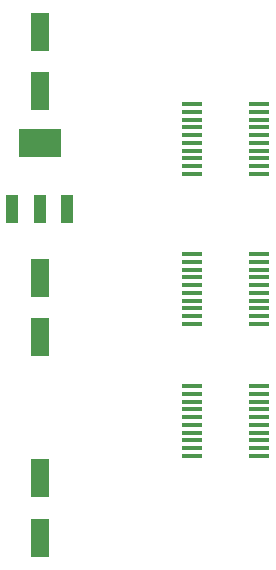
<source format=gtp>
G04 #@! TF.GenerationSoftware,KiCad,Pcbnew,8.0.4*
G04 #@! TF.CreationDate,2024-09-05T13:45:58-03:00*
G04 #@! TF.ProjectId,MSX_Goauld_Rev4,4d53585f-476f-4617-956c-645f52657634,rev?*
G04 #@! TF.SameCoordinates,Original*
G04 #@! TF.FileFunction,Paste,Top*
G04 #@! TF.FilePolarity,Positive*
%FSLAX46Y46*%
G04 Gerber Fmt 4.6, Leading zero omitted, Abs format (unit mm)*
G04 Created by KiCad (PCBNEW 8.0.4) date 2024-09-05 13:45:58*
%MOMM*%
%LPD*%
G01*
G04 APERTURE LIST*
%ADD10R,1.600000X3.200000*%
%ADD11R,0.980000X2.470000*%
%ADD12R,3.600000X2.470000*%
%ADD13O,1.740000X0.360000*%
G04 APERTURE END LIST*
D10*
X152400000Y-83058000D03*
X152400000Y-78058000D03*
D11*
X150100000Y-93080000D03*
X152400000Y-93080000D03*
X154700000Y-93080000D03*
D12*
X152400000Y-87420000D03*
D13*
X165278000Y-108068000D03*
X165278000Y-108718000D03*
X165278000Y-109368000D03*
X165278000Y-110018000D03*
X165278000Y-110678000D03*
X165278000Y-111328000D03*
X165278000Y-111978000D03*
X165278000Y-112628000D03*
X165278000Y-113278000D03*
X165278000Y-113928000D03*
X171018000Y-113928000D03*
X171018000Y-113278000D03*
X171018000Y-112628000D03*
X171018000Y-111978000D03*
X171018000Y-111328000D03*
X171018000Y-110678000D03*
X171018000Y-110018000D03*
X171018000Y-109368000D03*
X171018000Y-108718000D03*
X171018000Y-108068000D03*
X171018000Y-102752000D03*
X171018000Y-102102000D03*
X171018000Y-101452000D03*
X171018000Y-100802000D03*
X171018000Y-100142000D03*
X171018000Y-99492000D03*
X171018000Y-98842000D03*
X171018000Y-98192000D03*
X171018000Y-97542000D03*
X171018000Y-96892000D03*
X165278000Y-96892000D03*
X165278000Y-97542000D03*
X165278000Y-98192000D03*
X165278000Y-98842000D03*
X165278000Y-99492000D03*
X165278000Y-100142000D03*
X165278000Y-100802000D03*
X165278000Y-101452000D03*
X165278000Y-102102000D03*
X165278000Y-102752000D03*
D10*
X152400000Y-115864000D03*
X152400000Y-120864000D03*
X152400000Y-98886000D03*
X152400000Y-103886000D03*
D13*
X165278000Y-84192000D03*
X165278000Y-84842000D03*
X165278000Y-85492000D03*
X165278000Y-86142000D03*
X165278000Y-86802000D03*
X165278000Y-87452000D03*
X165278000Y-88102000D03*
X165278000Y-88752000D03*
X165278000Y-89402000D03*
X165278000Y-90052000D03*
X171018000Y-90052000D03*
X171018000Y-89402000D03*
X171018000Y-88752000D03*
X171018000Y-88102000D03*
X171018000Y-87452000D03*
X171018000Y-86802000D03*
X171018000Y-86142000D03*
X171018000Y-85492000D03*
X171018000Y-84842000D03*
X171018000Y-84192000D03*
M02*

</source>
